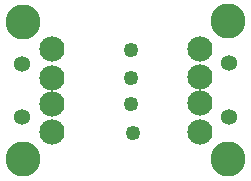
<source format=gbs>
G04 MADE WITH FRITZING*
G04 WWW.FRITZING.ORG*
G04 DOUBLE SIDED*
G04 HOLES PLATED*
G04 CONTOUR ON CENTER OF CONTOUR VECTOR*
%ASAXBY*%
%FSLAX23Y23*%
%MOIN*%
%OFA0B0*%
%SFA1.0B1.0*%
%ADD10C,0.084000*%
%ADD11C,0.116614*%
%ADD12C,0.053307*%
%ADD13C,0.049370*%
%LNMASK0*%
G90*
G70*
G54D10*
X231Y444D03*
X231Y350D03*
X231Y261D03*
X231Y168D03*
G54D11*
X136Y78D03*
X136Y534D03*
G54D12*
X132Y394D03*
X132Y217D03*
G54D10*
X723Y170D03*
X723Y264D03*
X723Y353D03*
X723Y446D03*
G54D11*
X818Y537D03*
X818Y80D03*
G54D12*
X822Y220D03*
X822Y397D03*
G54D13*
X500Y164D03*
X494Y443D03*
X494Y261D03*
X494Y350D03*
G04 End of Mask0*
M02*
</source>
